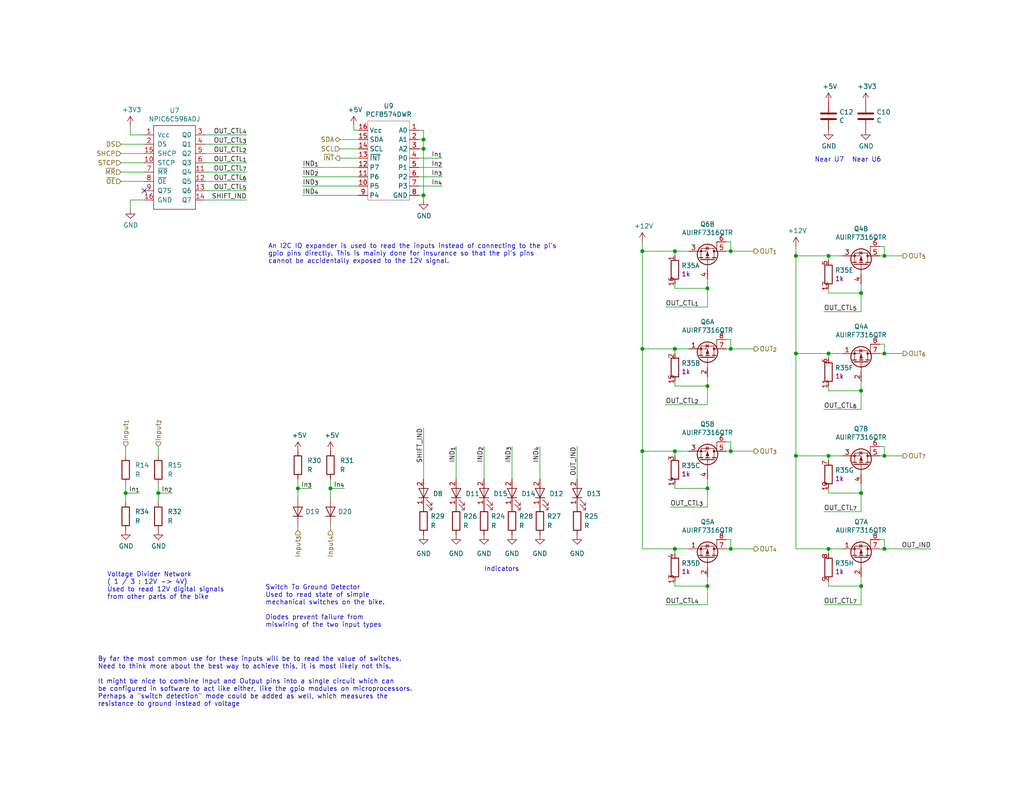
<source format=kicad_sch>
(kicad_sch (version 20210621) (generator eeschema)
  (paper "A")
  (title_block (title "Dennis") (date "2021-03-30") (rev "0.1.3") (company "eCafe Racer"))
  (junction (at 34.29 134.62) (diameter 0.9144))
  (junction (at 43.18 134.62) (diameter 0.9144))
  (junction (at 81.28 133.35) (diameter 0.9144))
  (junction (at 90.17 133.35) (diameter 0.9144))
  (junction (at 115.57 38.1) (diameter 0.9144))
  (junction (at 115.57 40.64) (diameter 0.9144))
  (junction (at 115.57 53.34) (diameter 0.9144))
  (junction (at 175.26 68.58) (diameter 0.9144))
  (junction (at 175.26 95.25) (diameter 0.9144))
  (junction (at 175.26 123.19) (diameter 0.9144))
  (junction (at 184.15 68.58) (diameter 0.9144))
  (junction (at 184.15 95.25) (diameter 0.9144))
  (junction (at 184.15 123.19) (diameter 0.9144))
  (junction (at 184.15 149.86) (diameter 0.9144))
  (junction (at 193.04 78.74) (diameter 0.9144))
  (junction (at 193.04 105.41) (diameter 0.9144))
  (junction (at 193.04 133.35) (diameter 0.9144))
  (junction (at 193.04 160.02) (diameter 0.9144))
  (junction (at 199.39 68.58) (diameter 0.9144))
  (junction (at 199.39 95.25) (diameter 0.9144))
  (junction (at 199.39 123.19) (diameter 0.9144))
  (junction (at 199.39 149.86) (diameter 0.9144))
  (junction (at 217.17 69.85) (diameter 0.9144))
  (junction (at 217.17 96.52) (diameter 0.9144))
  (junction (at 217.17 124.46) (diameter 0.9144))
  (junction (at 226.06 69.85) (diameter 0.9144))
  (junction (at 226.06 96.52) (diameter 0.9144))
  (junction (at 226.06 124.46) (diameter 0.9144))
  (junction (at 226.06 149.86) (diameter 0.9144))
  (junction (at 234.95 80.01) (diameter 0.9144))
  (junction (at 234.95 106.68) (diameter 0.9144))
  (junction (at 234.95 134.62) (diameter 0.9144))
  (junction (at 234.95 160.02) (diameter 0.9144))
  (junction (at 241.3 69.85) (diameter 0.9144))
  (junction (at 241.3 96.52) (diameter 0.9144))
  (junction (at 241.3 124.46) (diameter 0.9144))
  (junction (at 241.3 149.86) (diameter 0.9144))
  (no_connect (at 39.37 52.07))
  (wire (pts (xy 33.02 39.37) (xy 39.37 39.37)))
  (wire (pts (xy 33.02 41.91) (xy 39.37 41.91)))
  (wire (pts (xy 33.02 44.45) (xy 39.37 44.45)))
  (wire (pts (xy 33.02 46.99) (xy 39.37 46.99)))
  (wire (pts (xy 33.02 49.53) (xy 39.37 49.53)))
  (wire (pts (xy 34.29 121.92) (xy 34.29 124.46)))
  (wire (pts (xy 34.29 132.08) (xy 34.29 134.62)))
  (wire (pts (xy 34.29 134.62) (xy 34.29 137.16)))
  (wire (pts (xy 34.29 134.62) (xy 38.1 134.62)))
  (wire (pts (xy 35.56 34.29) (xy 35.56 36.83)))
  (wire (pts (xy 35.56 54.61) (xy 35.56 57.15)))
  (wire (pts (xy 39.37 36.83) (xy 35.56 36.83)))
  (wire (pts (xy 39.37 54.61) (xy 35.56 54.61)))
  (wire (pts (xy 43.18 121.92) (xy 43.18 124.46)))
  (wire (pts (xy 43.18 132.08) (xy 43.18 134.62)))
  (wire (pts (xy 43.18 134.62) (xy 43.18 137.16)))
  (wire (pts (xy 43.18 134.62) (xy 46.99 134.62)))
  (wire (pts (xy 67.31 36.83) (xy 55.88 36.83)))
  (wire (pts (xy 67.31 39.37) (xy 55.88 39.37)))
  (wire (pts (xy 67.31 41.91) (xy 55.88 41.91)))
  (wire (pts (xy 67.31 44.45) (xy 55.88 44.45)))
  (wire (pts (xy 67.31 46.99) (xy 55.88 46.99)))
  (wire (pts (xy 67.31 49.53) (xy 55.88 49.53)))
  (wire (pts (xy 67.31 52.07) (xy 55.88 52.07)))
  (wire (pts (xy 67.31 54.61) (xy 55.88 54.61)))
  (wire (pts (xy 81.28 130.81) (xy 81.28 133.35)))
  (wire (pts (xy 81.28 133.35) (xy 81.28 135.89)))
  (wire (pts (xy 81.28 133.35) (xy 85.09 133.35)))
  (wire (pts (xy 81.28 143.51) (xy 81.28 144.78)))
  (wire (pts (xy 82.55 45.72) (xy 97.79 45.72)))
  (wire (pts (xy 82.55 48.26) (xy 97.79 48.26)))
  (wire (pts (xy 82.55 50.8) (xy 97.79 50.8)))
  (wire (pts (xy 82.55 53.34) (xy 97.79 53.34)))
  (wire (pts (xy 90.17 130.81) (xy 90.17 133.35)))
  (wire (pts (xy 90.17 133.35) (xy 90.17 135.89)))
  (wire (pts (xy 90.17 133.35) (xy 93.98 133.35)))
  (wire (pts (xy 90.17 143.51) (xy 90.17 144.78)))
  (wire (pts (xy 92.71 38.1) (xy 97.79 38.1)))
  (wire (pts (xy 92.71 40.64) (xy 97.79 40.64)))
  (wire (pts (xy 92.71 43.18) (xy 97.79 43.18)))
  (wire (pts (xy 96.52 34.29) (xy 96.52 35.56)))
  (wire (pts (xy 97.79 35.56) (xy 96.52 35.56)))
  (wire (pts (xy 114.3 38.1) (xy 115.57 38.1)))
  (wire (pts (xy 114.3 40.64) (xy 115.57 40.64)))
  (wire (pts (xy 114.3 43.18) (xy 120.65 43.18)))
  (wire (pts (xy 114.3 45.72) (xy 120.65 45.72)))
  (wire (pts (xy 114.3 48.26) (xy 120.65 48.26)))
  (wire (pts (xy 114.3 50.8) (xy 120.65 50.8)))
  (wire (pts (xy 114.3 53.34) (xy 115.57 53.34)))
  (wire (pts (xy 115.57 35.56) (xy 114.3 35.56)))
  (wire (pts (xy 115.57 35.56) (xy 115.57 38.1)))
  (wire (pts (xy 115.57 38.1) (xy 115.57 40.64)))
  (wire (pts (xy 115.57 40.64) (xy 115.57 53.34)))
  (wire (pts (xy 115.57 53.34) (xy 115.57 54.61)))
  (wire (pts (xy 115.57 116.84) (xy 115.57 130.81)))
  (wire (pts (xy 124.46 121.92) (xy 124.46 130.81)))
  (wire (pts (xy 132.08 121.92) (xy 132.08 130.81)))
  (wire (pts (xy 139.7 121.92) (xy 139.7 130.81)))
  (wire (pts (xy 147.32 121.92) (xy 147.32 130.81)))
  (wire (pts (xy 157.48 121.92) (xy 157.48 130.81)))
  (wire (pts (xy 175.26 66.04) (xy 175.26 68.58)))
  (wire (pts (xy 175.26 68.58) (xy 175.26 95.25)))
  (wire (pts (xy 175.26 68.58) (xy 184.15 68.58)))
  (wire (pts (xy 175.26 95.25) (xy 175.26 123.19)))
  (wire (pts (xy 175.26 95.25) (xy 184.15 95.25)))
  (wire (pts (xy 175.26 123.19) (xy 175.26 149.86)))
  (wire (pts (xy 175.26 123.19) (xy 184.15 123.19)))
  (wire (pts (xy 175.26 149.86) (xy 184.15 149.86)))
  (wire (pts (xy 181.61 83.82) (xy 193.04 83.82)))
  (wire (pts (xy 181.61 110.49) (xy 193.04 110.49)))
  (wire (pts (xy 181.61 165.1) (xy 193.04 165.1)))
  (wire (pts (xy 182.88 138.43) (xy 193.04 138.43)))
  (wire (pts (xy 184.15 68.58) (xy 187.96 68.58)))
  (wire (pts (xy 184.15 69.85) (xy 184.15 68.58)))
  (wire (pts (xy 184.15 78.74) (xy 184.15 77.47)))
  (wire (pts (xy 184.15 78.74) (xy 193.04 78.74)))
  (wire (pts (xy 184.15 95.25) (xy 187.96 95.25)))
  (wire (pts (xy 184.15 96.52) (xy 184.15 95.25)))
  (wire (pts (xy 184.15 105.41) (xy 184.15 104.14)))
  (wire (pts (xy 184.15 105.41) (xy 193.04 105.41)))
  (wire (pts (xy 184.15 123.19) (xy 187.96 123.19)))
  (wire (pts (xy 184.15 124.46) (xy 184.15 123.19)))
  (wire (pts (xy 184.15 133.35) (xy 184.15 132.08)))
  (wire (pts (xy 184.15 133.35) (xy 193.04 133.35)))
  (wire (pts (xy 184.15 149.86) (xy 184.15 151.13)))
  (wire (pts (xy 184.15 149.86) (xy 187.96 149.86)))
  (wire (pts (xy 184.15 160.02) (xy 184.15 158.75)))
  (wire (pts (xy 184.15 160.02) (xy 193.04 160.02)))
  (wire (pts (xy 193.04 76.2) (xy 193.04 78.74)))
  (wire (pts (xy 193.04 78.74) (xy 193.04 83.82)))
  (wire (pts (xy 193.04 102.87) (xy 193.04 105.41)))
  (wire (pts (xy 193.04 105.41) (xy 193.04 110.49)))
  (wire (pts (xy 193.04 130.81) (xy 193.04 133.35)))
  (wire (pts (xy 193.04 133.35) (xy 193.04 138.43)))
  (wire (pts (xy 193.04 157.48) (xy 193.04 160.02)))
  (wire (pts (xy 193.04 160.02) (xy 193.04 165.1)))
  (wire (pts (xy 198.12 66.04) (xy 199.39 66.04)))
  (wire (pts (xy 198.12 68.58) (xy 199.39 68.58)))
  (wire (pts (xy 198.12 92.71) (xy 199.39 92.71)))
  (wire (pts (xy 198.12 95.25) (xy 199.39 95.25)))
  (wire (pts (xy 198.12 120.65) (xy 199.39 120.65)))
  (wire (pts (xy 198.12 123.19) (xy 199.39 123.19)))
  (wire (pts (xy 198.12 147.32) (xy 199.39 147.32)))
  (wire (pts (xy 198.12 149.86) (xy 199.39 149.86)))
  (wire (pts (xy 199.39 66.04) (xy 199.39 68.58)))
  (wire (pts (xy 199.39 68.58) (xy 205.74 68.58)))
  (wire (pts (xy 199.39 92.71) (xy 199.39 95.25)))
  (wire (pts (xy 199.39 95.25) (xy 205.74 95.25)))
  (wire (pts (xy 199.39 120.65) (xy 199.39 123.19)))
  (wire (pts (xy 199.39 123.19) (xy 205.74 123.19)))
  (wire (pts (xy 199.39 147.32) (xy 199.39 149.86)))
  (wire (pts (xy 199.39 149.86) (xy 205.74 149.86)))
  (wire (pts (xy 217.17 67.31) (xy 217.17 69.85)))
  (wire (pts (xy 217.17 69.85) (xy 217.17 96.52)))
  (wire (pts (xy 217.17 69.85) (xy 226.06 69.85)))
  (wire (pts (xy 217.17 96.52) (xy 217.17 124.46)))
  (wire (pts (xy 217.17 96.52) (xy 226.06 96.52)))
  (wire (pts (xy 217.17 124.46) (xy 217.17 149.86)))
  (wire (pts (xy 217.17 124.46) (xy 226.06 124.46)))
  (wire (pts (xy 217.17 149.86) (xy 226.06 149.86)))
  (wire (pts (xy 224.79 85.09) (xy 234.95 85.09)))
  (wire (pts (xy 224.79 111.76) (xy 234.95 111.76)))
  (wire (pts (xy 224.79 139.7) (xy 234.95 139.7)))
  (wire (pts (xy 224.79 165.1) (xy 234.95 165.1)))
  (wire (pts (xy 226.06 69.85) (xy 229.87 69.85)))
  (wire (pts (xy 226.06 71.12) (xy 226.06 69.85)))
  (wire (pts (xy 226.06 80.01) (xy 226.06 78.74)))
  (wire (pts (xy 226.06 80.01) (xy 234.95 80.01)))
  (wire (pts (xy 226.06 96.52) (xy 229.87 96.52)))
  (wire (pts (xy 226.06 97.79) (xy 226.06 96.52)))
  (wire (pts (xy 226.06 106.68) (xy 226.06 105.41)))
  (wire (pts (xy 226.06 106.68) (xy 234.95 106.68)))
  (wire (pts (xy 226.06 124.46) (xy 229.87 124.46)))
  (wire (pts (xy 226.06 125.73) (xy 226.06 124.46)))
  (wire (pts (xy 226.06 134.62) (xy 226.06 133.35)))
  (wire (pts (xy 226.06 134.62) (xy 234.95 134.62)))
  (wire (pts (xy 226.06 149.86) (xy 229.87 149.86)))
  (wire (pts (xy 226.06 151.13) (xy 226.06 149.86)))
  (wire (pts (xy 226.06 160.02) (xy 226.06 158.75)))
  (wire (pts (xy 226.06 160.02) (xy 234.95 160.02)))
  (wire (pts (xy 234.95 77.47) (xy 234.95 80.01)))
  (wire (pts (xy 234.95 80.01) (xy 234.95 85.09)))
  (wire (pts (xy 234.95 104.14) (xy 234.95 106.68)))
  (wire (pts (xy 234.95 106.68) (xy 234.95 111.76)))
  (wire (pts (xy 234.95 132.08) (xy 234.95 134.62)))
  (wire (pts (xy 234.95 134.62) (xy 234.95 139.7)))
  (wire (pts (xy 234.95 157.48) (xy 234.95 160.02)))
  (wire (pts (xy 234.95 160.02) (xy 234.95 165.1)))
  (wire (pts (xy 240.03 67.31) (xy 241.3 67.31)))
  (wire (pts (xy 240.03 69.85) (xy 241.3 69.85)))
  (wire (pts (xy 240.03 93.98) (xy 241.3 93.98)))
  (wire (pts (xy 240.03 96.52) (xy 241.3 96.52)))
  (wire (pts (xy 240.03 121.92) (xy 241.3 121.92)))
  (wire (pts (xy 240.03 124.46) (xy 241.3 124.46)))
  (wire (pts (xy 240.03 147.32) (xy 241.3 147.32)))
  (wire (pts (xy 240.03 149.86) (xy 241.3 149.86)))
  (wire (pts (xy 241.3 67.31) (xy 241.3 69.85)))
  (wire (pts (xy 241.3 69.85) (xy 246.38 69.85)))
  (wire (pts (xy 241.3 93.98) (xy 241.3 96.52)))
  (wire (pts (xy 241.3 96.52) (xy 246.38 96.52)))
  (wire (pts (xy 241.3 121.92) (xy 241.3 124.46)))
  (wire (pts (xy 241.3 124.46) (xy 246.38 124.46)))
  (wire (pts (xy 241.3 147.32) (xy 241.3 149.86)))
  (wire (pts (xy 241.3 149.86) (xy 254 149.86)))
  (text "By far the most common use for these inputs will be to read the value of switches.\nNeed to think more about the best way to achieve this, it is most likely not this.\n\nIt might be nice to combine Input and Output pins into a single circuit which can\nbe configured in software to act like either, like the gpio modules on microprocessors.\nPerhaps a \"switch detection\" mode could be added as well, which measures the\nresistance to ground instead of voltage" (at 26.67 193.04 0) (effects (font (size 1.27 1.27)) (justify left bottom)))
  (text "Voltage Divider Network\n( 1 / 3 : 12V -> 4V)\nUsed to read 12V digital signals\nfrom other parts of the bike\n" (at 29.21 163.83 0) (effects (font (size 1.27 1.27)) (justify left bottom)))
  (text "Switch To Ground Detector\nUsed to read state of simple\nmechanical switches on the bike.\n\nDiodes prevent failure from\nmiswiring of the two input types" (at 72.39 171.45 0) (effects (font (size 1.27 1.27)) (justify left bottom)))
  (text "An I2C IO expander is used to read the inputs instead of connecting to the pi's\ngpio pins directly. This is mainly done for insurance so that the pi's pins\ncannot be accidentally exposed to the 12V signal." (at 73.152 72.136 0) (effects (font (size 1.27 1.27)) (justify left bottom)))
  (text "Indicators" (at 132.08 156.21 0) (effects (font (size 1.27 1.27)) (justify left bottom)))
  (text "Near U7" (at 222.25 44.45 0) (effects (font (size 1.27 1.27)) (justify left bottom)))
  (text "Near U6" (at 232.41 44.45 0) (effects (font (size 1.27 1.27)) (justify left bottom)))
  (label "In_{1}" (at 38.1 134.62 180))
  (label "In_{2}" (at 46.99 134.62 180))
  (label "OUT_CTL_{4}" (at 67.31 36.83 180))
  (label "OUT_CTL_{3}" (at 67.31 39.37 180))
  (label "OUT_CTL_{2}" (at 67.31 41.91 180))
  (label "OUT_CTL_{1}" (at 67.31 44.45 180))
  (label "OUT_CTL_{7}" (at 67.31 46.99 180))
  (label "OUT_CTL_{6}" (at 67.31 49.53 180))
  (label "OUT_CTL_{5}" (at 67.31 52.07 180))
  (label "SHIFT_IND" (at 67.31 54.61 180))
  (label "IND_{1}" (at 82.55 45.72 0))
  (label "IND_{2}" (at 82.55 48.26 0))
  (label "IND_{3}" (at 82.55 50.8 0))
  (label "IND_{4}" (at 82.55 53.34 0))
  (label "In_{3}" (at 85.09 133.35 180))
  (label "In_{4}" (at 93.98 133.35 180))
  (label "SHIFT_IND" (at 115.57 116.84 270))
  (label "In_{1}" (at 120.65 43.18 180))
  (label "In_{2}" (at 120.65 45.72 180))
  (label "In_{3}" (at 120.65 48.26 180))
  (label "In_{4}" (at 120.65 50.8 180))
  (label "IND_{1}" (at 124.46 121.92 270))
  (label "IND_{2}" (at 132.08 121.92 270))
  (label "IND_{3}" (at 139.7 121.92 270))
  (label "IND_{4}" (at 147.32 121.92 270))
  (label "OUT_IND" (at 157.48 121.92 270))
  (label "OUT_CTL_{1}" (at 181.61 83.82 0))
  (label "OUT_CTL_{2}" (at 181.61 110.49 0))
  (label "OUT_CTL_{4}" (at 181.61 165.1 0))
  (label "OUT_CTL_{3}" (at 182.88 138.43 0))
  (label "OUT_CTL_{5}" (at 224.79 85.09 0))
  (label "OUT_CTL_{6}" (at 224.79 111.76 0))
  (label "OUT_CTL_{7}" (at 224.79 139.7 0))
  (label "OUT_CTL_{7}" (at 224.79 165.1 0))
  (label "OUT_IND" (at 254 149.86 180))
  (hierarchical_label "DS" (shape input) (at 33.02 39.37 180))
  (hierarchical_label "SHCP" (shape input) (at 33.02 41.91 180))
  (hierarchical_label "STCP" (shape input) (at 33.02 44.45 180))
  (hierarchical_label "~{MR}" (shape input) (at 33.02 46.99 180))
  (hierarchical_label "~{OE}" (shape input) (at 33.02 49.53 180))
  (hierarchical_label "Input_{1}" (shape input) (at 34.29 121.92 90))
  (hierarchical_label "Input_{2}" (shape input) (at 43.18 121.92 90))
  (hierarchical_label "Input_{3}" (shape input) (at 81.28 144.78 270))
  (hierarchical_label "Input_{4}" (shape input) (at 90.17 144.78 270))
  (hierarchical_label "SDA" (shape bidirectional) (at 92.71 38.1 180))
  (hierarchical_label "SCL" (shape input) (at 92.71 40.64 180))
  (hierarchical_label "~{INT}" (shape output) (at 92.71 43.18 180))
  (hierarchical_label "OUT_{1}" (shape output) (at 205.74 68.58 0))
  (hierarchical_label "OUT_{2}" (shape output) (at 205.74 95.25 0))
  (hierarchical_label "OUT_{3}" (shape output) (at 205.74 123.19 0))
  (hierarchical_label "OUT_{4}" (shape output) (at 205.74 149.86 0))
  (hierarchical_label "OUT_{5}" (shape output) (at 246.38 69.85 0))
  (hierarchical_label "OUT_{6}" (shape output) (at 246.38 96.52 0))
  (hierarchical_label "OUT_{7}" (shape output) (at 246.38 124.46 0))
  (symbol (lib_id "power:+3.3V") (at 35.56 34.29 0) (unit 1)
    (property "Reference" "#PWR0175" (effects hide))
    (property "Value" "+3.3V" (at 35.9283 29.9656 0))
  )
  (symbol (lib_id "power:+5V") (at 81.28 123.19 0) (unit 1)
    (property "Reference" "#PWR0177" (effects hide))
    (property "Value" "+5V" (at 81.6483 118.8656 0))
  )
  (symbol (lib_id "power:+5V") (at 90.17 123.19 0) (unit 1)
    (property "Reference" "#PWR0178" (effects hide))
    (property "Value" "+5V" (at 90.5383 118.8656 0))
  )
  (symbol (lib_id "power:+5V") (at 96.52 34.29 0) (unit 1)
    (property "Reference" "#PWR0181" (effects hide))
    (property "Value" "+5V" (at 96.8883 29.9656 0))
  )
  (symbol (lib_id "power:+12V") (at 175.26 66.04 0) (unit 1)
    (property "Reference" "#PWR0185" (effects hide))
    (property "Value" "+12V" (at 175.6283 61.7156 0))
  )
  (symbol (lib_id "power:+12V") (at 217.17 67.31 0) (unit 1)
    (property "Reference" "#PWR0186" (effects hide))
    (property "Value" "+12V" (at 217.5383 62.9856 0))
  )
  (symbol (lib_id "power:+5V") (at 226.06 27.94 0) (unit 1)
    (property "Reference" "#PWR0188" (effects hide))
    (property "Value" "+5V" (at 226.4283 23.6156 0))
  )
  (symbol (lib_id "power:+3.3V") (at 236.22 27.94 0) (unit 1)
    (property "Reference" "#PWR0189" (effects hide))
    (property "Value" "+3.3V" (at 236.5883 23.6156 0))
  )
  (symbol (lib_id "power:GND") (at 34.29 144.78 0) (unit 1)
    (property "Reference" "#PWR0183" (effects hide))
    (property "Value" "GND" (at 34.4043 149.1044 0))
  )
  (symbol (lib_id "power:GND") (at 35.56 57.15 0) (unit 1)
    (property "Reference" "#PWR0173" (effects hide))
    (property "Value" "GND" (at 35.6743 61.4744 0))
  )
  (symbol (lib_id "power:GND") (at 43.18 144.78 0) (unit 1)
    (property "Reference" "#PWR0184" (effects hide))
    (property "Value" "GND" (at 43.2943 149.1044 0))
  )
  (symbol (lib_id "power:GND") (at 115.57 54.61 0) (unit 1)
    (property "Reference" "#PWR0180" (effects hide))
    (property "Value" "GND" (at 115.6843 58.9344 0))
  )
  (symbol (lib_id "power:GND") (at 115.57 146.05 0) (unit 1)
    (property "Reference" "#PWR0125" (effects hide))
    (property "Value" "GND" (at 115.57 151.13 0))
  )
  (symbol (lib_id "power:GND") (at 124.46 146.05 0) (unit 1)
    (property "Reference" "#PWR0136" (effects hide))
    (property "Value" "GND" (at 124.46 151.13 0))
  )
  (symbol (lib_id "power:GND") (at 132.08 146.05 0) (unit 1)
    (property "Reference" "#PWR0135" (effects hide))
    (property "Value" "GND" (at 132.08 151.13 0))
  )
  (symbol (lib_id "power:GND") (at 139.7 146.05 0) (unit 1)
    (property "Reference" "#PWR0134" (effects hide))
    (property "Value" "GND" (at 139.7 151.13 0))
  )
  (symbol (lib_id "power:GND") (at 147.32 146.05 0) (unit 1)
    (property "Reference" "#PWR0137" (effects hide))
    (property "Value" "GND" (at 147.32 151.13 0))
  )
  (symbol (lib_id "power:GND") (at 157.48 146.05 0) (unit 1)
    (property "Reference" "#PWR0145" (effects hide))
    (property "Value" "GND" (at 157.48 151.13 0))
  )
  (symbol (lib_id "power:GND") (at 226.06 35.56 0) (unit 1)
    (property "Reference" "#PWR0187" (effects hide))
    (property "Value" "GND" (at 226.1743 39.8844 0))
  )
  (symbol (lib_id "power:GND") (at 236.22 35.56 0) (unit 1)
    (property "Reference" "#PWR0190" (effects hide))
    (property "Value" "GND" (at 236.3343 39.8844 0))
  )
  (symbol (lib_id "Device:R") (at 34.29 128.27 0) (unit 1)
    (property "Reference" "R14" (at 36.83 126.9999 0) (effects (justify left)))
    (property "Value" "R" (at 36.83 129.5399 0) (effects (justify left)))
    (property "Footprint" "Resistor_SMD:R_0805_2012Metric" (effects hide))
  )
  (symbol (lib_id "Device:R") (at 34.29 140.97 0) (unit 1)
    (property "Reference" "R34" (at 36.83 139.6999 0) (effects (justify left)))
    (property "Value" "R" (at 36.83 142.2399 0) (effects (justify left)))
    (property "Footprint" "Resistor_SMD:R_0805_2012Metric" (effects hide))
  )
  (symbol (lib_id "Device:R") (at 43.18 128.27 0) (unit 1)
    (property "Reference" "R15" (at 45.72 126.9999 0) (effects (justify left)))
    (property "Value" "R" (at 45.72 129.5399 0) (effects (justify left)))
    (property "Footprint" "Resistor_SMD:R_0805_2012Metric" (effects hide))
  )
  (symbol (lib_id "Device:R") (at 43.18 140.97 0) (unit 1)
    (property "Reference" "R32" (at 45.72 139.6999 0) (effects (justify left)))
    (property "Value" "R" (at 45.72 142.2399 0) (effects (justify left)))
    (property "Footprint" "Resistor_SMD:R_0805_2012Metric" (effects hide))
  )
  (symbol (lib_id "Device:R") (at 81.28 127 0) (unit 1)
    (property "Reference" "R30" (at 83.82 125.7299 0) (effects (justify left)))
    (property "Value" "R" (at 83.82 128.2699 0) (effects (justify left)))
    (property "Footprint" "Resistor_SMD:R_0805_2012Metric" (effects hide))
  )
  (symbol (lib_id "Device:R") (at 90.17 127 0) (unit 1)
    (property "Reference" "R31" (at 92.71 125.7299 0) (effects (justify left)))
    (property "Value" "R" (at 92.71 128.2699 0) (effects (justify left)))
    (property "Footprint" "Resistor_SMD:R_0805_2012Metric" (effects hide))
  )
  (symbol (lib_id "Device:R") (at 115.57 142.24 0) (unit 1)
    (property "Reference" "R29" (at 117.475 140.9699 0) (effects (justify left)))
    (property "Value" "R" (at 117.475 143.5099 0) (effects (justify left)))
    (property "Footprint" "Resistor_SMD:R_0805_2012Metric" (effects hide))
  )
  (symbol (lib_id "Device:R") (at 124.46 142.24 0) (unit 1)
    (property "Reference" "R26" (at 126.365 140.9699 0) (effects (justify left)))
    (property "Value" "R" (at 126.365 143.5099 0) (effects (justify left)))
    (property "Footprint" "Resistor_SMD:R_0805_2012Metric" (effects hide))
  )
  (symbol (lib_id "Device:R") (at 132.08 142.24 0) (unit 1)
    (property "Reference" "R24" (at 133.985 140.9699 0) (effects (justify left)))
    (property "Value" "R" (at 133.985 143.5099 0) (effects (justify left)))
    (property "Footprint" "Resistor_SMD:R_0805_2012Metric" (effects hide))
  )
  (symbol (lib_id "Device:R") (at 139.7 142.24 0) (unit 1)
    (property "Reference" "R28" (at 141.605 140.9699 0) (effects (justify left)))
    (property "Value" "R" (at 141.605 143.5099 0) (effects (justify left)))
    (property "Footprint" "Resistor_SMD:R_0805_2012Metric" (effects hide))
  )
  (symbol (lib_id "Device:R") (at 147.32 142.24 0) (unit 1)
    (property "Reference" "R27" (at 149.225 140.9699 0) (effects (justify left)))
    (property "Value" "R" (at 149.225 143.5099 0) (effects (justify left)))
    (property "Footprint" "Resistor_SMD:R_0805_2012Metric" (effects hide))
  )
  (symbol (lib_id "Device:R") (at 157.48 142.24 0) (unit 1)
    (property "Reference" "R25" (at 159.385 140.9699 0) (effects (justify left)))
    (property "Value" "R" (at 159.385 143.5099 0) (effects (justify left)))
    (property "Footprint" "Resistor_SMD:R_0805_2012Metric" (effects hide))
  )
  (symbol (lib_name "symbols:CTS-766161102GP_18") (lib_id "symbols:CTS-766161102GP") (at 184.15 73.66 0) (unit 1)
    (property "Reference" "R35" (at 185.9281 72.5106 0) (effects (justify left)))
    (property "Value" "CTS-766161102GP" (effects hide))
    (property "Footprint" "Package_SO:SOIC-16_3.9x9.9mm_P1.27mm" (effects hide))
    (property "Datasheet" "https://www.ctscorp.com/wp-content/uploads/766.pdf" (effects hide))
    (property "Resistance" "1k" (at 185.9281 74.8093 0) (effects (justify left)))
    (property "Vendor" "Digikey" (effects hide))
    (property "Vendor Part" "766-161-R1KP-ND" (effects hide))
    (property "Manufacturer" "CTS Resistor Products" (effects hide))
    (property "Manufacturer Part" "766161102GP" (effects hide))
  )
  (symbol (lib_name "symbols:CTS-766161102GP_17") (lib_id "symbols:CTS-766161102GP") (at 184.15 100.33 0) (unit 2)
    (property "Reference" "R35" (at 185.9281 99.1806 0) (effects (justify left)))
    (property "Value" "CTS-766161102GP" (effects hide))
    (property "Footprint" "Package_SO:SOIC-16_3.9x9.9mm_P1.27mm" (effects hide))
    (property "Datasheet" "https://www.ctscorp.com/wp-content/uploads/766.pdf" (effects hide))
    (property "Resistance" "1k" (at 185.9281 101.4793 0) (effects (justify left)))
    (property "Vendor" "Digikey" (effects hide))
    (property "Vendor Part" "766-161-R1KP-ND" (effects hide))
    (property "Manufacturer" "CTS Resistor Products" (effects hide))
    (property "Manufacturer Part" "766161102GP" (effects hide))
  )
  (symbol (lib_name "symbols:CTS-766161102GP_23") (lib_id "symbols:CTS-766161102GP") (at 184.15 128.27 0) (unit 3)
    (property "Reference" "R35" (at 185.9281 127.1206 0) (effects (justify left)))
    (property "Value" "CTS-766161102GP" (effects hide))
    (property "Footprint" "Package_SO:SOIC-16_3.9x9.9mm_P1.27mm" (effects hide))
    (property "Datasheet" "https://www.ctscorp.com/wp-content/uploads/766.pdf" (effects hide))
    (property "Resistance" "1k" (at 185.9281 129.4193 0) (effects (justify left)))
    (property "Vendor" "Digikey" (effects hide))
    (property "Vendor Part" "766-161-R1KP-ND" (effects hide))
    (property "Manufacturer" "CTS Resistor Products" (effects hide))
    (property "Manufacturer Part" "766161102GP" (effects hide))
  )
  (symbol (lib_id "symbols:CTS-766161102GP") (at 184.15 154.94 0) (unit 4)
    (property "Reference" "R35" (at 185.9281 153.7906 0) (effects (justify left)))
    (property "Value" "CTS-766161102GP" (effects hide))
    (property "Footprint" "Package_SO:SOIC-16_3.9x9.9mm_P1.27mm" (effects hide))
    (property "Datasheet" "https://www.ctscorp.com/wp-content/uploads/766.pdf" (effects hide))
    (property "Resistance" "1k" (at 185.9281 156.0893 0) (effects (justify left)))
    (property "Vendor" "Digikey" (effects hide))
    (property "Vendor Part" "766-161-R1KP-ND" (effects hide))
    (property "Manufacturer" "CTS Resistor Products" (effects hide))
    (property "Manufacturer Part" "766161102GP" (effects hide))
  )
  (symbol (lib_name "symbols:CTS-766161102GP_22") (lib_id "symbols:CTS-766161102GP") (at 226.06 74.93 0) (unit 5)
    (property "Reference" "R35" (at 227.8381 73.7806 0) (effects (justify left)))
    (property "Value" "CTS-766161102GP" (effects hide))
    (property "Footprint" "Package_SO:SOIC-16_3.9x9.9mm_P1.27mm" (effects hide))
    (property "Datasheet" "https://www.ctscorp.com/wp-content/uploads/766.pdf" (effects hide))
    (property "Resistance" "1k" (at 227.8381 76.0793 0) (effects (justify left)))
    (property "Vendor" "Digikey" (effects hide))
    (property "Vendor Part" "766-161-R1KP-ND" (effects hide))
    (property "Manufacturer" "CTS Resistor Products" (effects hide))
    (property "Manufacturer Part" "766161102GP" (effects hide))
  )
  (symbol (lib_name "symbols:CTS-766161102GP_19") (lib_id "symbols:CTS-766161102GP") (at 226.06 101.6 0) (unit 6)
    (property "Reference" "R35" (at 227.8381 100.4506 0) (effects (justify left)))
    (property "Value" "CTS-766161102GP" (effects hide))
    (property "Footprint" "Package_SO:SOIC-16_3.9x9.9mm_P1.27mm" (effects hide))
    (property "Datasheet" "https://www.ctscorp.com/wp-content/uploads/766.pdf" (effects hide))
    (property "Resistance" "1k" (at 227.8381 102.7493 0) (effects (justify left)))
    (property "Vendor" "Digikey" (effects hide))
    (property "Vendor Part" "766-161-R1KP-ND" (effects hide))
    (property "Manufacturer" "CTS Resistor Products" (effects hide))
    (property "Manufacturer Part" "766161102GP" (effects hide))
  )
  (symbol (lib_name "symbols:CTS-766161102GP_20") (lib_id "symbols:CTS-766161102GP") (at 226.06 129.54 0) (unit 7)
    (property "Reference" "R35" (at 227.8381 128.3906 0) (effects (justify left)))
    (property "Value" "CTS-766161102GP" (effects hide))
    (property "Footprint" "Package_SO:SOIC-16_3.9x9.9mm_P1.27mm" (effects hide))
    (property "Datasheet" "https://www.ctscorp.com/wp-content/uploads/766.pdf" (effects hide))
    (property "Resistance" "1k" (at 227.8381 130.6893 0) (effects (justify left)))
    (property "Vendor" "Digikey" (effects hide))
    (property "Vendor Part" "766-161-R1KP-ND" (effects hide))
    (property "Manufacturer" "CTS Resistor Products" (effects hide))
    (property "Manufacturer Part" "766161102GP" (effects hide))
  )
  (symbol (lib_name "symbols:CTS-766161102GP_21") (lib_id "symbols:CTS-766161102GP") (at 226.06 154.94 0) (unit 8)
    (property "Reference" "R35" (at 227.8381 153.7906 0) (effects (justify left)))
    (property "Value" "CTS-766161102GP" (effects hide))
    (property "Footprint" "Package_SO:SOIC-16_3.9x9.9mm_P1.27mm" (effects hide))
    (property "Datasheet" "https://www.ctscorp.com/wp-content/uploads/766.pdf" (effects hide))
    (property "Resistance" "1k" (at 227.8381 156.0893 0) (effects (justify left)))
    (property "Vendor" "Digikey" (effects hide))
    (property "Vendor Part" "766-161-R1KP-ND" (effects hide))
    (property "Manufacturer" "CTS Resistor Products" (effects hide))
    (property "Manufacturer Part" "766161102GP" (effects hide))
  )
  (symbol (lib_id "symbols:Diode") (at 81.28 139.7 90) (unit 1)
    (property "Reference" "D19" (at 83.287 139.7 90) (effects (justify right)))
    (property "Value" "Diode" (effects hide))
    (property "Footprint" "Diode_SMD:D_SOD-123F" (effects hide))
    (property "Datasheet" "https://www.onsemi.com/pub/Collateral/NHP220SF-D.PDF" (effects hide))
    (property "Manufacturer" "ON Semiconductor" (effects hide))
    (property "Manufacturer Part" "NHP220SFT3G" (effects hide))
    (property "Vendor" "Digikey" (effects hide))
    (property "Vendor Part" "NHP220SFT3GOSCT-ND" (effects hide))
  )
  (symbol (lib_id "symbols:Diode") (at 90.17 139.7 90) (unit 1)
    (property "Reference" "D20" (at 92.177 139.7 90) (effects (justify right)))
    (property "Value" "Diode" (effects hide))
    (property "Footprint" "Diode_SMD:D_SOD-123F" (effects hide))
    (property "Datasheet" "https://www.onsemi.com/pub/Collateral/NHP220SF-D.PDF" (effects hide))
    (property "Manufacturer" "ON Semiconductor" (effects hide))
    (property "Manufacturer Part" "NHP220SFT3G" (effects hide))
    (property "Vendor" "Digikey" (effects hide))
    (property "Vendor Part" "NHP220SFT3GOSCT-ND" (effects hide))
  )
  (symbol (lib_id "ecafe-racer:LED_Green") (at 115.57 134.62 90) (unit 1)
    (property "Reference" "D8" (at 118.11 134.8104 90) (effects (justify right)))
    (property "Value" "LED_Green" (effects hide))
    (property "Footprint" "LED_SMD:LED_0805_2012Metric_Pad1.15x1.40mm_HandSolder" (effects hide))
    (property "Datasheet" "https://vcclite.com/wp-content/uploads/wpallimport/files/files/CMD1721Seriesver3.pdf" (effects hide))
    (property "Vendor" "Digikey" (effects hide))
    (property "Vendor Part" "L62405CT-ND" (effects hide))
    (property "Manufacturer" "Visual Communications Company - VCC" (effects hide))
    (property "Manufacturer Part" "CMD17-21VGC/TR8" (effects hide))
  )
  (symbol (lib_id "ecafe-racer:LED_Green") (at 124.46 134.62 90) (unit 1)
    (property "Reference" "D11" (at 127 134.8104 90) (effects (justify right)))
    (property "Value" "LED_Green" (effects hide))
    (property "Footprint" "LED_SMD:LED_0805_2012Metric_Pad1.15x1.40mm_HandSolder" (effects hide))
    (property "Datasheet" "https://vcclite.com/wp-content/uploads/wpallimport/files/files/CMD1721Seriesver3.pdf" (effects hide))
    (property "Vendor" "Digikey" (effects hide))
    (property "Vendor Part" "L62405CT-ND" (effects hide))
    (property "Manufacturer" "Visual Communications Company - VCC" (effects hide))
    (property "Manufacturer Part" "CMD17-21VGC/TR8" (effects hide))
  )
  (symbol (lib_id "ecafe-racer:LED_Green") (at 132.08 134.62 90) (unit 1)
    (property "Reference" "D15" (at 134.62 134.8104 90) (effects (justify right)))
    (property "Value" "LED_Green" (effects hide))
    (property "Footprint" "LED_SMD:LED_0805_2012Metric_Pad1.15x1.40mm_HandSolder" (effects hide))
    (property "Datasheet" "https://vcclite.com/wp-content/uploads/wpallimport/files/files/CMD1721Seriesver3.pdf" (effects hide))
    (property "Vendor" "Digikey" (effects hide))
    (property "Vendor Part" "L62405CT-ND" (effects hide))
    (property "Manufacturer" "Visual Communications Company - VCC" (effects hide))
    (property "Manufacturer Part" "CMD17-21VGC/TR8" (effects hide))
  )
  (symbol (lib_id "ecafe-racer:LED_Green") (at 139.7 134.62 90) (unit 1)
    (property "Reference" "D14" (at 142.24 134.8104 90) (effects (justify right)))
    (property "Value" "LED_Green" (effects hide))
    (property "Footprint" "LED_SMD:LED_0805_2012Metric_Pad1.15x1.40mm_HandSolder" (effects hide))
    (property "Datasheet" "https://vcclite.com/wp-content/uploads/wpallimport/files/files/CMD1721Seriesver3.pdf" (effects hide))
    (property "Vendor" "Digikey" (effects hide))
    (property "Vendor Part" "L62405CT-ND" (effects hide))
    (property "Manufacturer" "Visual Communications Company - VCC" (effects hide))
    (property "Manufacturer Part" "CMD17-21VGC/TR8" (effects hide))
  )
  (symbol (lib_id "ecafe-racer:LED_Green") (at 147.32 134.62 90) (unit 1)
    (property "Reference" "D12" (at 149.86 134.8104 90) (effects (justify right)))
    (property "Value" "LED_Green" (effects hide))
    (property "Footprint" "LED_SMD:LED_0805_2012Metric_Pad1.15x1.40mm_HandSolder" (effects hide))
    (property "Datasheet" "https://vcclite.com/wp-content/uploads/wpallimport/files/files/CMD1721Seriesver3.pdf" (effects hide))
    (property "Vendor" "Digikey" (effects hide))
    (property "Vendor Part" "L62405CT-ND" (effects hide))
    (property "Manufacturer" "Visual Communications Company - VCC" (effects hide))
    (property "Manufacturer Part" "CMD17-21VGC/TR8" (effects hide))
  )
  (symbol (lib_id "ecafe-racer:LED_Green") (at 157.48 134.62 90) (unit 1)
    (property "Reference" "D13" (at 160.02 134.8104 90) (effects (justify right)))
    (property "Value" "LED_Green" (effects hide))
    (property "Footprint" "LED_SMD:LED_0805_2012Metric_Pad1.15x1.40mm_HandSolder" (effects hide))
    (property "Datasheet" "https://vcclite.com/wp-content/uploads/wpallimport/files/files/CMD1721Seriesver3.pdf" (effects hide))
    (property "Vendor" "Digikey" (effects hide))
    (property "Vendor Part" "L62405CT-ND" (effects hide))
    (property "Manufacturer" "Visual Communications Company - VCC" (effects hide))
    (property "Manufacturer Part" "CMD17-21VGC/TR8" (effects hide))
  )
  (symbol (lib_id "Device:C") (at 226.06 31.75 0) (unit 1)
    (property "Reference" "C12" (at 228.9811 30.6006 0) (effects (justify left)))
    (property "Value" "C" (at 228.9811 32.8993 0) (effects (justify left)))
    (property "Footprint" "Capacitor_SMD:C_0805_2012Metric" (effects hide))
  )
  (symbol (lib_id "Device:C") (at 236.22 31.75 0) (unit 1)
    (property "Reference" "C10" (at 239.1411 30.6006 0) (effects (justify left)))
    (property "Value" "C" (at 239.1411 32.8993 0) (effects (justify left)))
    (property "Footprint" "Capacitor_SMD:C_0805_2012Metric" (effects hide))
  )
  (symbol (lib_name "symbols:AUIRF7316QTR_2") (lib_id "symbols:AUIRF7316QTR") (at 193.04 69.85 270) (mirror x) (unit 2)
    (property "Reference" "Q6" (at 193.04 61.2075 90))
    (property "Value" "AUIRF7316QTR" (at 193.04 63.5062 90))
    (property "Footprint" "Package_SO:SO-8_3.9x4.9mm_P1.27mm" (effects hide))
    (property "Datasheet" "https://www.infineon.com/dgdl/auirf7316q.pdf?fileId=5546d462533600a4015355ad265f13d8" (effects hide))
    (property "Vendor" "Digikey" (effects hide))
    (property "Vendor Part" "448-AUIRF7316QCT-ND" (effects hide))
    (property "Manufacturer" "Infineon Technologies" (effects hide))
    (property "Manufacturer Part" "AUIRF7316QTR" (effects hide))
  )
  (symbol (lib_name "symbols:AUIRF7316QTR_3") (lib_id "symbols:AUIRF7316QTR") (at 193.04 96.52 270) (mirror x) (unit 1)
    (property "Reference" "Q6" (at 193.04 87.8775 90))
    (property "Value" "AUIRF7316QTR" (at 193.04 90.1762 90))
    (property "Footprint" "Package_SO:SO-8_3.9x4.9mm_P1.27mm" (effects hide))
    (property "Datasheet" "https://www.infineon.com/dgdl/auirf7316q.pdf?fileId=5546d462533600a4015355ad265f13d8" (effects hide))
    (property "Vendor" "Digikey" (effects hide))
    (property "Vendor Part" "448-AUIRF7316QCT-ND" (effects hide))
    (property "Manufacturer" "Infineon Technologies" (effects hide))
    (property "Manufacturer Part" "AUIRF7316QTR" (effects hide))
  )
  (symbol (lib_name "symbols:AUIRF7316QTR_4") (lib_id "symbols:AUIRF7316QTR") (at 193.04 124.46 270) (mirror x) (unit 2)
    (property "Reference" "Q5" (at 193.04 115.8175 90))
    (property "Value" "AUIRF7316QTR" (at 193.04 118.1162 90))
    (property "Footprint" "Package_SO:SO-8_3.9x4.9mm_P1.27mm" (effects hide))
    (property "Datasheet" "https://www.infineon.com/dgdl/auirf7316q.pdf?fileId=5546d462533600a4015355ad265f13d8" (effects hide))
    (property "Vendor" "Digikey" (effects hide))
    (property "Vendor Part" "448-AUIRF7316QCT-ND" (effects hide))
    (property "Manufacturer" "Infineon Technologies" (effects hide))
    (property "Manufacturer Part" "AUIRF7316QTR" (effects hide))
  )
  (symbol (lib_name "symbols:AUIRF7316QTR_5") (lib_id "symbols:AUIRF7316QTR") (at 193.04 151.13 270) (mirror x) (unit 1)
    (property "Reference" "Q5" (at 193.04 142.4875 90))
    (property "Value" "AUIRF7316QTR" (at 193.04 144.7862 90))
    (property "Footprint" "Package_SO:SO-8_3.9x4.9mm_P1.27mm" (effects hide))
    (property "Datasheet" "https://www.infineon.com/dgdl/auirf7316q.pdf?fileId=5546d462533600a4015355ad265f13d8" (effects hide))
    (property "Vendor" "Digikey" (effects hide))
    (property "Vendor Part" "448-AUIRF7316QCT-ND" (effects hide))
    (property "Manufacturer" "Infineon Technologies" (effects hide))
    (property "Manufacturer Part" "AUIRF7316QTR" (effects hide))
  )
  (symbol (lib_name "symbols:AUIRF7316QTR_6") (lib_id "symbols:AUIRF7316QTR") (at 234.95 71.12 270) (mirror x) (unit 2)
    (property "Reference" "Q4" (at 234.95 62.4775 90))
    (property "Value" "AUIRF7316QTR" (at 234.95 64.7762 90))
    (property "Footprint" "Package_SO:SO-8_3.9x4.9mm_P1.27mm" (effects hide))
    (property "Datasheet" "https://www.infineon.com/dgdl/auirf7316q.pdf?fileId=5546d462533600a4015355ad265f13d8" (effects hide))
    (property "Vendor" "Digikey" (effects hide))
    (property "Vendor Part" "448-AUIRF7316QCT-ND" (effects hide))
    (property "Manufacturer" "Infineon Technologies" (effects hide))
    (property "Manufacturer Part" "AUIRF7316QTR" (effects hide))
  )
  (symbol (lib_name "symbols:AUIRF7316QTR_7") (lib_id "symbols:AUIRF7316QTR") (at 234.95 97.79 270) (mirror x) (unit 1)
    (property "Reference" "Q4" (at 234.95 89.1475 90))
    (property "Value" "AUIRF7316QTR" (at 234.95 91.4462 90))
    (property "Footprint" "Package_SO:SO-8_3.9x4.9mm_P1.27mm" (effects hide))
    (property "Datasheet" "https://www.infineon.com/dgdl/auirf7316q.pdf?fileId=5546d462533600a4015355ad265f13d8" (effects hide))
    (property "Vendor" "Digikey" (effects hide))
    (property "Vendor Part" "448-AUIRF7316QCT-ND" (effects hide))
    (property "Manufacturer" "Infineon Technologies" (effects hide))
    (property "Manufacturer Part" "AUIRF7316QTR" (effects hide))
  )
  (symbol (lib_name "symbols:AUIRF7316QTR_8") (lib_id "symbols:AUIRF7316QTR") (at 234.95 125.73 270) (mirror x) (unit 2)
    (property "Reference" "Q7" (at 234.95 117.0875 90))
    (property "Value" "AUIRF7316QTR" (at 234.95 119.3862 90))
    (property "Footprint" "Package_SO:SO-8_3.9x4.9mm_P1.27mm" (effects hide))
    (property "Datasheet" "https://www.infineon.com/dgdl/auirf7316q.pdf?fileId=5546d462533600a4015355ad265f13d8" (effects hide))
    (property "Vendor" "Digikey" (effects hide))
    (property "Vendor Part" "448-AUIRF7316QCT-ND" (effects hide))
    (property "Manufacturer" "Infineon Technologies" (effects hide))
    (property "Manufacturer Part" "AUIRF7316QTR" (effects hide))
  )
  (symbol (lib_name "symbols:AUIRF7316QTR_1") (lib_id "symbols:AUIRF7316QTR") (at 234.95 151.13 270) (mirror x) (unit 1)
    (property "Reference" "Q7" (at 234.95 142.4875 90))
    (property "Value" "AUIRF7316QTR" (at 234.95 144.7862 90))
    (property "Footprint" "Package_SO:SO-8_3.9x4.9mm_P1.27mm" (effects hide))
    (property "Datasheet" "https://www.infineon.com/dgdl/auirf7316q.pdf?fileId=5546d462533600a4015355ad265f13d8" (effects hide))
    (property "Vendor" "Digikey" (effects hide))
    (property "Vendor Part" "448-AUIRF7316QCT-ND" (effects hide))
    (property "Manufacturer" "Infineon Technologies" (effects hide))
    (property "Manufacturer Part" "AUIRF7316QTR" (effects hide))
  )
  (symbol (lib_id "symbols:PCF8574DWR") (at 106.68 44.45 0) (mirror y) (unit 1)
    (property "Reference" "U9" (at 106.045 28.9365 0))
    (property "Value" "PCF8574DWR" (at 106.045 31.2352 0))
    (property "Footprint" "Package_SO:SOIC-16W_7.5x10.3mm_P1.27mm" (effects hide))
    (property "Datasheet" "https://www.ti.com/lit/ds/symlink/pcf8574.pdf?HQS=dis-dk-null-digikeymode-dsf-pf-null-wwe&ts=1609224079098" (effects hide))
    (property "Vendor" "Digikey" (effects hide))
    (property "Vendor Part" "296-13108-1-ND" (effects hide))
    (property "Manufacturer" "Texas Instruments" (effects hide))
    (property "Manufacturer Part" "PCF8574DWR" (effects hide))
  )
  (symbol (lib_id "Custom-Symbols:NPIC6C596ADJ") (at 48.26 45.72 0) (unit 1)
    (property "Reference" "U7" (at 47.625 30.2068 0))
    (property "Value" "NPIC6C596ADJ" (at 47.625 32.5055 0))
    (property "Footprint" "Package_SO:SOIC-16_4.55x10.3mm_P1.27mm" (effects hide))
    (property "Datasheet" "https://assets.nexperia.com/documents/data-sheet/NPIC6C596A.pdf" (effects hide))
    (property "Vendor" "Digikey" (effects hide))
    (property "Vendor Part" "1727-1846-1-ND" (effects hide))
    (property "Manufacturer" "Nexperia USA Inc." (effects hide))
    (property "Manufacturer Part" "NPIC6C596ADJ" (effects hide))
  )
)
</source>
